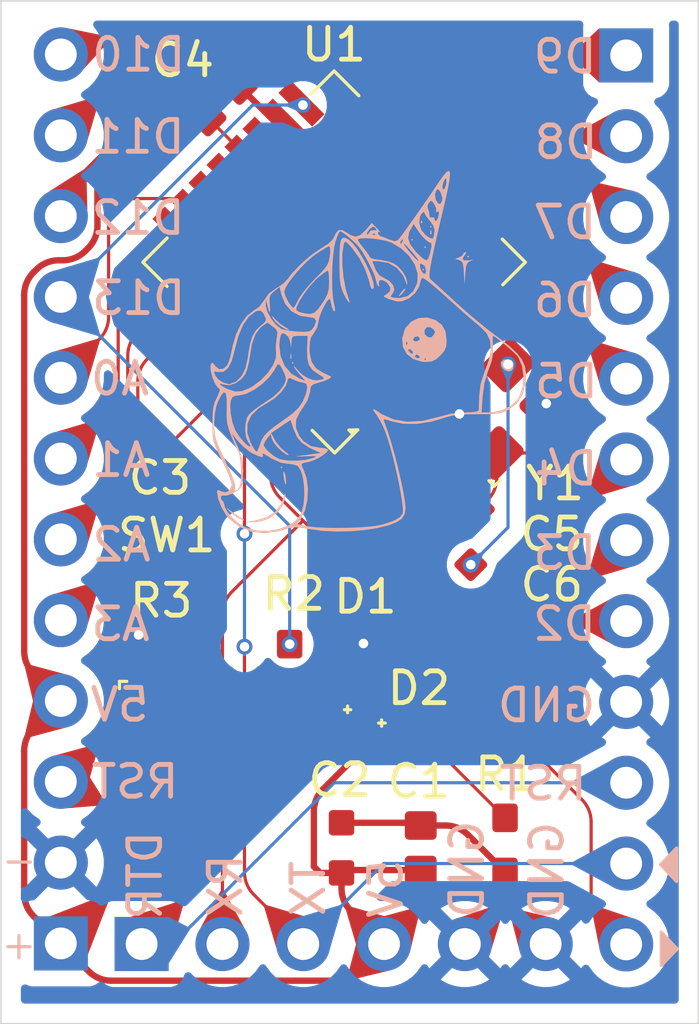
<source format=kicad_pcb>
(kicad_pcb (version 20241229) (generator "pcbnew") (generator_version "9.0")
  (layers (0 "F.Cu" signal) (2 "B.Cu" signal) (13 "F.Paste" user) (15 "B.Paste" user) (5 "F.SilkS" user "F.Silkscreen") (7 "B.SilkS" user "B.Silkscreen") (1 "F.Mask" user) (3 "B.Mask" user) (25 "Edge.Cuts" user))
  (net 0 "")
  (net 1 "GND")
  (net 2 "RAW")
  (net 3 "Net-(C3-Pad2)")
  (net 4 "Net-(U1-AREF)")
  (net 5 "Net-(U1-XTAL1{slash}PB6)")
  (net 6 "Net-(C5-Pad2)")
  (net 7 "Net-(U1-XTAL2{slash}PB7)")
  (net 8 "Net-(D1-Pad2)")
  (net 9 "Net-(D2-Pad1)")
  (net 10 "D8")
  (net 11 "D9")
  (net 12 "D4")
  (net 13 "DTR")
  (net 14 "D6")
  (net 15 "D7")
  (net 16 "D5")
  (net 17 "D2")
  (net 18 "TXO")
  (net 19 "D3")
  (net 20 "RXI")
  (net 21 "MOSI")
  (net 22 "A1")
  (net 23 "A0")
  (net 24 "A3")
  (net 25 "MISO")
  (net 26 "SCK")
  (net 27 "A2")
  (net 28 "D10")
  (net 29 "A5")
  (net 30 "A7")
  (net 31 "A4")
  (net 32 "A6")
  (footprint "42_footprint:Switch" (layer "F.Cu") (at 94.45 83.16 -90)
    (property "Reference" "SW1" (at -6.726268 -0.143324 0) (layer "F.SilkS") (effects (font (thickness 0.153))))
    (property "Value" "~" (hide yes))
    (pad "1" smd roundrect (at -1.7 0 270) (size 0.8 1.7) (layers "F.Cu" "F.Mask" "F.Paste") (roundrect_rratio 0.15) (net 3 "Net-(C3-Pad2)"))
    (pad "2" smd roundrect (at 1.7 0 270) (size 0.8 1.7) (layers "F.Cu" "F.Mask" "F.Paste") (roundrect_rratio 0.15) (net 13 "DTR"))
  )
  (footprint "42_footprint:Connector_6_2.54pitch" (layer "F.Cu") (at 93.806676 89.276268 90)
    (property "Reference" "J3" (hide yes))
    (property "Value" "FTDI" (hide yes))
    (pad "1" thru_hole rect (at 0 0 90) (size 1.7 1.7) (drill 1) (layers "*.Cu" "*.Mask") (net 13 "DTR"))
    (pad "2" thru_hole circle (at 0 2.54 90) (size 1.7 1.7) (drill 1) (layers "*.Cu" "*.Mask") (net 18 "TXO"))
    (pad "3" thru_hole circle (at 0 5.08 90) (size 1.7 1.7) (drill 1) (layers "*.Cu" "*.Mask") (net 20 "RXI"))
    (pad "4" thru_hole circle (at 0 7.62 90) (size 1.7 1.7) (drill 1) (layers "*.Cu" "*.Mask") (net 2 "RAW"))
    (pad "5" thru_hole circle (at 0 10.16 90) (size 1.7 1.7) (drill 1) (layers "*.Cu" "*.Mask") (net 1 "GND"))
    (pad "6" thru_hole circle (at 0 12.7 90) (size 1.7 1.7) (drill 1) (layers "*.Cu" "*.Mask") (net 1 "GND"))
  )
  (footprint "42_footprint:Resistance_330" (layer "F.Cu") (at 98.46 80.7 -90)
    (property "Reference" "R2" (at -2.43 -0.13 0) (layer "F.SilkS") (effects (font (thickness 0.153))))
    (property "Value" "330" (hide yes))
    (pad "1" smd roundrect (at -0.85 0 270) (size 0.9 0.8) (layers "F.Cu" "F.Mask" "F.Paste") (roundrect_rratio 0.15) (net 26 "SCK"))
    (pad "2" smd roundrect (at 0.85 0 270) (size 0.9 0.8) (layers "F.Cu" "F.Mask" "F.Paste") (roundrect_rratio 0.15) (net 8 "Net-(D1-Pad2)"))
  )
  (footprint "42_footprint:Led_Red" (layer "F.Cu") (at 102.48 82.84 180)
    (property "Reference" "D2" (at -0.043324 1.606268 0) (layer "F.SilkS") (effects (font (thickness 0.153))))
    (property "Value" "Red" (hide yes))
    (pad "1" smd roundrect (at -0.7 0 180) (size 0.7 0.8) (layers "F.Cu" "F.Mask" "F.Paste") (roundrect_rratio 0.15) (net 9 "Net-(D2-Pad1)") (padstack (mode custom) (layer "B.Cu" (shape roundrect) (size 0.8 0.8) (roundrect_rratio 0.15))))
    (pad "2" smd roundrect (at 0.7 0 180) (size 0.7 0.8) (layers "F.Cu" "F.Mask" "F.Paste") (roundrect_rratio 0.15) (net 2 "RAW"))
  )
  (footprint "42_footprint:Connector_12_2.54pitch" (layer "F.Cu") (at 91.266676 89.256268 180)
    (property "Reference" "J2" (hide yes))
    (property "Value" "~" (hide yes))
    (pad "1" thru_hole rect (at 0 0 180) (size 1.7 1.7) (drill 1) (layers "*.Cu" "*.Mask") (net 2 "RAW"))
    (pad "2" thru_hole circle (at 0 2.54 180) (size 1.7 1.7) (drill 1) (layers "*.Cu" "*.Mask") (net 1 "GND"))
    (pad "3" thru_hole circle (at 0 5.08 180) (size 1.7 1.7) (drill 1) (layers "*.Cu" "*.Mask") (net 13 "DTR"))
    (pad "4" thru_hole circle (at 0 7.62 180) (size 1.7 1.7) (drill 1) (layers "*.Cu" "*.Mask") (net 2 "RAW"))
    (pad "5" thru_hole circle (at 0 10.16 180) (size 1.7 1.7) (drill 1) (layers "*.Cu" "*.Mask") (net 24 "A3"))
    (pad "6" thru_hole circle (at 0 12.7 180) (size 1.7 1.7) (drill 1) (layers "*.Cu" "*.Mask") (net 27 "A2"))
    (pad "7" thru_hole circle (at 0 15.24 180) (size 1.7 1.7) (drill 1) (layers "*.Cu" "*.Mask") (net 22 "A1"))
    (pad "8" thru_hole circle (at 0 17.78 270) (size 1.7 1.7) (drill 1) (layers "*.Cu" "*.Mask") (net 23 "A0"))
    (pad "9" thru_hole circle (at 0 20.32 180) (size 1.7 1.7) (drill 1) (layers "*.Cu" "*.Mask") (net 26 "SCK"))
    (pad "10" thru_hole circle (at 0 22.86 270) (size 1.7 1.7) (drill 1) (layers "*.Cu" "*.Mask") (net 25 "MISO"))
    (pad "11" thru_hole circle (at 0 25.4 180) (size 1.7 1.7) (drill 1) (layers "*.Cu" "*.Mask") (net 21 "MOSI"))
    (pad "12" thru_hole circle (at 0 27.94 180) (size 1.7 1.7) (drill 1) (layers "*.Cu" "*.Mask") (net 28 "D10"))
  )
  (footprint "42_footprint:Capacitor_1uf" (layer "F.Cu") (at 100.09 86.24 90)
    (property "Reference" "C2" (at 2.12 -0.06 0) (layer "F.SilkS") (effects (font (thickness 0.153))))
    (property "Value" "1uF" (hide yes))
    (pad "1" smd roundrect (at -0.8 0 90) (size 0.8 0.8) (layers "F.Cu" "F.Mask" "F.Paste") (roundrect_rratio 0.15) (net 2 "RAW"))
    (pad "2" smd roundrect (at 0.775 0 90) (size 0.8 0.8) (layers "F.Cu" "F.Mask" "F.Paste") (roundrect_rratio 0.15) (net 1 "GND"))
  )
  (footprint "42_footprint:Connector_12_2.54pitch" (layer "F.Cu") (at 109.036676 61.346268)
    (property "Reference" "J1" (hide yes))
    (property "Value" "~" (hide yes))
    (pad "1" thru_hole rect (at 0 0) (size 1.7 1.7) (drill 1) (layers "*.Cu" "*.Mask") (net 11 "D9"))
    (pad "2" thru_hole circle (at 0 2.54) (size 1.7 1.7) (drill 1) (layers "*.Cu" "*.Mask") (net 10 "D8"))
    (pad "3" thru_hole circle (at 0 5.08) (size 1.7 1.7) (drill 1) (layers "*.Cu" "*.Mask") (net 15 "D7"))
    (pad "4" thru_hole circle (at 0 7.62) (size 1.7 1.7) (drill 1) (layers "*.Cu" "*.Mask") (net 14 "D6"))
    (pad "5" thru_hole circle (at 0 10.16) (size 1.7 1.7) (drill 1) (layers "*.Cu" "*.Mask") (net 16 "D5"))
    (pad "6" thru_hole circle (at 0 12.7) (size 1.7 1.7) (drill 1) (layers "*.Cu" "*.Mask") (net 12 "D4"))
    (pad "7" thru_hole circle (at 0 15.24) (size 1.7 1.7) (drill 1) (layers "*.Cu" "*.Mask") (net 19 "D3"))
    (pad "8" thru_hole circle (at 0 17.78 90) (size 1.7 1.7) (drill 1) (layers "*.Cu" "*.Mask") (net 17 "D2"))
    (pad "9" thru_hole circle (at 0 20.32) (size 1.7 1.7) (drill 1) (layers "*.Cu" "*.Mask") (net 1 "GND"))
    (pad "10" thru_hole circle (at 0 22.86 90) (size 1.7 1.7) (drill 1) (layers "*.Cu" "*.Mask") (net 13 "DTR"))
    (pad "11" thru_hole circle (at 0 25.4) (size 1.7 1.7) (drill 1) (layers "*.Cu" "*.Mask") (net 20 "RXI"))
    (pad "12" thru_hole circle (at 0 27.94) (size 1.7 1.7) (drill 1) (layers "*.Cu" "*.Mask") (net 18 "TXO"))
  )
  (footprint "42_footprint:Capacitor_100nf" (layer "F.Cu") (at 102.58 86.25 90)
    (property "Reference" "C1" (at 2.08 -0.06 0) (layer "F.SilkS") (effects (font (thickness 0.153))))
    (property "Value" "100nF" (hide yes))
    (pad "1" smd roundrect (at -0.7 0 90) (size 0.9 1) (layers "F.Cu" "F.Mask" "F.Paste") (roundrect_rratio 0.15) (net 2 "RAW"))
    (pad "2" smd roundrect (at 0.7 0 90) (size 0.9 1) (layers "F.Cu" "F.Mask" "F.Paste") (roundrect_rratio 0.15) (net 1 "GND"))
  )
  (footprint "42_footprint:Resistance_10k" (layer "F.Cu") (at 94.39 86.82 180)
    (property "Reference" "R3" (at -0.033324 8.336268 0) (layer "F.SilkS") (effects (font (thickness 0.153))))
    (property "Value" "10K" (hide yes))
    (pad "1" smd roundrect (at -0.85 0 180) (size 0.9 0.8) (layers "F.Cu" "F.Mask" "F.Paste") (roundrect_rratio 0.15) (net 13 "DTR"))
    (pad "2" smd roundrect (at 0.85 0 180) (size 0.9 0.8) (layers "F.Cu" "F.Mask" "F.Paste") (roundrect_rratio 0.15) (net 2 "RAW"))
  )
  (footprint "42_footprint:Resistance_10k" (layer "F.Cu") (at 105.23 86.16 -90)
    (property "Reference" "R1" (at -2.22 -0.04 0) (layer "F.SilkS") (effects (font (thickness 0.153))))
    (property "Value" "10K" (hide yes))
    (pad "1" smd roundrect (at -0.85 0 270) (size 0.9 0.8) (layers "F.Cu" "F.Mask" "F.Paste") (roundrect_rratio 0.15) (net 9 "Net-(D2-Pad1)"))
    (pad "2" smd roundrect (at 0.85 0 270) (size 0.9 0.8) (layers "F.Cu" "F.Mask" "F.Paste") (roundrect_rratio 0.15) (net 1 "GND"))
  )
  (footprint "42_footprint:Led_Green" (layer "F.Cu") (at 100.78 80.63 -90)
    (property "Reference" "D1" (at -2.27 -0.06 0) (layer "F.SilkS") (effects (font (thickness 0.153))))
    (property "Value" "Green" (hide yes))
    (pad "1" smd roundrect (at -0.8 0 270) (size 0.8 0.8) (layers "F.Cu" "F.Mask" "F.Paste") (roundrect_rratio 0.15) (net 1 "GND"))
    (pad "2" smd roundrect (at 0.8 0 270) (size 0.8 0.8) (layers "F.Cu" "F.Mask" "F.Paste") (roundrect_rratio 0.15) (net 8 "Net-(D1-Pad2)"))
  )
  (footprint "42_footprint:Capacitor_12pf" (layer "F.Cu") (at 103.586676 76.786268 135)
    (property "Reference" "C6" (at -3.045549 1.357357 0) (layer "F.SilkS") (effects (font (thickness 0.153))))
    (property "Value" "12pF" (hide yes))
    (pad "1" smd roundrect (at -0.799999 0 135) (size 0.8 0.8) (layers "F.Cu" "F.Mask" "F.Paste") (roundrect_rratio 0.15) (net 7 "Net-(U1-XTAL2{slash}PB7)"))
    (pad "2" smd roundrect (at 0.775 0 135) (size 0.8 0.8) (layers "F.Cu" "F.Mask" "F.Paste") (roundrect_rratio 0.15) (net 6 "Net-(C5-Pad2)"))
  )
  (footprint "42_footprint:Capacitor_100nf" (layer "F.Cu") (at 94.41 79.56)
    (property "Reference" "C3" (at -0.026676 -4.936268 0) (layer "F.SilkS") (effects (font (thickness 0.153))))
    (property "Value" "100nF" (hide yes))
    (pad "1" smd roundrect (at -0.7 0) (size 0.9 1) (layers "F.Cu" "F.Mask" "F.Paste") (roundrect_rratio 0.15) (net 1 "GND"))
    (pad "2" smd roundrect (at 0.7 0) (size 0.9 1) (layers "F.Cu" "F.Mask" "F.Paste") (roundrect_rratio 0.15) (net 3 "Net-(C3-Pad2)"))
  )
  (footprint "42_footprint:Capacitor_12pf" (layer "F.Cu") (at 103.826676 75.046268 135)
    (property "Reference" "C5" (at -2.98898 1.074514 0) (layer "F.SilkS") (effects (font (thickness 0.153))))
    (property "Value" "12pF" (hide yes))
    (pad "1" smd roundrect (at -0.799999 0 135) (size 0.8 0.8) (layers "F.Cu" "F.Mask" "F.Paste") (roundrect_rratio 0.15) (net 5 "Net-(U1-XTAL1{slash}PB6)"))
    (pad "2" smd roundrect (at 0.775 0 135) (size 0.8 0.8) (layers "F.Cu" "F.Mask" "F.Paste") (roundrect_rratio 0.15) (net 6 "Net-(C5-Pad2)"))
  )
  (footprint "42_footprint:Crystal Oscillator" (layer "F.Cu") (at 105.146676 72.466268 45)
    (property "Reference" "Y1" (at -0.481121 2.819274 0) (layer "F.SilkS") (effects (font (thickness 0.153))))
    (property "Value" "16MHz" (hide yes))
    (pad "1" smd roundrect (at -1.1 0.85 45) (size 1.4 1.2) (layers "F.Cu" "F.Mask" "F.Paste") (roundrect_rratio 0.15) (net 5 "Net-(U1-XTAL1{slash}PB6)"))
    (pad "2" smd roundrect (at 1.1 0.85 45) (size 1.4 1.2) (layers "F.Cu" "F.Mask" "F.Paste") (roundrect_rratio 0.15) (net 1 "GND"))
    (pad "3" smd roundrect (at 1.1 -0.85 45) (size 1.4 1.2) (layers "F.Cu" "F.Mask" "F.Paste") (roundrect_rratio 0.15) (net 7 "Net-(U1-XTAL2{slash}PB7)"))
    (pad "4" smd roundrect (at -1.1 -0.85 45) (size 1.4 1.2) (layers "F.Cu" "F.Mask" "F.Paste") (roundrect_rratio 0.15) (net 1 "GND"))
  )
  (footprint "42_footprint:Capacitor_100nf" (layer "F.Cu") (at 96.351651 62.781293 -135)
    (property "Reference" "C4" (at -0.02096 1.791062 0) (layer "F.SilkS") (effects (font (thickness 0.153))))
    (property "Value" "100nF" (hide yes))
    (pad "1" smd roundrect (at -0.7 0 225) (size 0.9 1) (layers "F.Cu" "F.Mask" "F.Paste") (roundrect_rratio 0.15) (net 2 "RAW"))
    (pad "2" smd roundrect (at 0.7 0 225) (size 0.9 1) (layers "F.Cu" "F.Mask" "F.Paste") (roundrect_rratio 0.15) (net 4 "Net-(U1-AREF)"))
  )
  (footprint "42_footprint:Atmega328p-au" (layer "F.Cu") (at 99.856676 67.846268 135)
    (property "Reference" "U1" (at 4.838692 4.829251 0) (layer "F.SilkS") (effects (font (thickness 0.153))))
    (property "Value" "Atmega328P-A" (hide yes))
    (pad "1" smd rect (at -4.25 -2.8 225) (size 0.55 1.5) (layers "F.Cu" "F.Mask" "F.Paste") (net 19 "D3"))
    (pad "2" smd rect (at -4.25 -2 225) (size 0.55 1.5) (layers "F.Cu" "F.Mask" "F.Paste") (net 12 "D4"))
    (pad "3" smd rect (at -4.25 -1.2 225) (size 0.55 1.5) (layers "F.Cu" "F.Mask" "F.Paste") (net 1 "GND"))
    (pad "4" smd rect (at -4.25 -0.4 225) (size 0.55 1.5) (layers "F.Cu" "F.Mask" "F.Paste") (net 2 "RAW"))
    (pad "5" smd rect (at -4.25 0.4 225) (size 0.55 1.5) (layers "F.Cu" "F.Mask" "F.Paste"))
    (pad "6" smd rect (at -4.25 1.2 225) (size 0.55 1.5) (layers "F.Cu" "F.Mask" "F.Paste"))
    (pad "7" smd rect (at -4.25 2 225) (size 0.55 1.5) (layers "F.Cu" "F.Mask" "F.Paste") (net 5 "Net-(U1-XTAL1{slash}PB6)"))
    (pad "8" smd rect (at -4.25 2.8 225) (size 0.55 1.5) (layers "F.Cu" "F.Mask" "F.Paste") (net 7 "Net-(U1-XTAL2{slash}PB7)"))
    (pad "9" smd rect (at -2.8 4.25 135) (size 0.55 1.5) (layers "F.Cu" "F.Mask" "F.Paste") (net 16 "D5"))
    (pad "10" smd rect (at -2 4.25 135) (size 0.55 1.5) (layers "F.Cu" "F.Mask" "F.Paste") (net 14 "D6"))
    (pad "11" smd rect (at -1.2 4.25 135) (size 0.55 1.5) (layers "F.Cu" "F.Mask" "F.Paste") (net 15 "D7"))
    (pad "12" smd rect (at -0.4 4.25 135) (size 0.55 1.5) (layers "F.Cu" "F.Mask" "F.Paste") (net 10 "D8"))
    (pad "13" smd rect (at 0.4 4.25 135) (size 0.55 1.5) (layers "F.Cu" "F.Mask" "F.Paste") (net 11 "D9"))
    (pad "14" smd rect (at 1.2 4.25 135) (size 0.55 1.5) (layers "F.Cu" "F.Mask" "F.Paste") (net 28 "D10"))
    (pad "15" smd rect (at 2 4.25 135) (size 0.55 1.5) (layers "F.Cu" "F.Mask" "F.Paste") (net 21 "MOSI"))
    (pad "16" smd rect (at 2.8 4.25 135) (size 0.55 1.5) (layers "F.Cu" "F.Mask" "F.Paste") (net 25 "MISO"))
    (pad "17" smd rect (at 4.25 2.8 225) (size 0.55 1.5) (layers "F.Cu" "F.Mask" "F.Paste") (net 26 "SCK"))
    (pad "18" smd rect (at 4.25 2 225) (size 0.55 1.5) (layers "F.Cu" "F.Mask" "F.Paste") (net 2 "RAW"))
    (pad "19" smd rect (at 4.25 1.2 225) (size 0.55 1.5) (layers "F.Cu" "F.Mask" "F.Paste") (net 32 "A6"))
    (pad "20" smd rect (at 4.25 0.4 225) (size 0.55 1.5) (layers "F.Cu" "F.Mask" "F.Paste") (net 4 "Net-(U1-AREF)"))
    (pad "21" smd rect (at 4.25 -0.4 225) (size 0.55 1.5) (layers "F.Cu" "F.Mask" "F.Paste"))
    (pad "22" smd rect (at 4.25 -1.2 225) (size 0.55 1.5) (layers "F.Cu" "F.Mask" "F.Paste") (net 30 "A7"))
    (pad "23" smd rect (at 4.25 -2 225) (size 0.55 1.5) (layers "F.Cu" "F.Mask" "F.Paste") (net 23 "A0"))
    (pad "24" smd rect (at 4.25 -2.8 225) (size 0.55 1.5) (layers "F.Cu" "F.Mask" "F.Paste") (net 22 "A1"))
    (pad "25" smd rect (at 2.8 -4.25 135) (size 0.55 1.5) (layers "F.Cu" "F.Mask" "F.Paste") (net 27 "A2"))
    (pad "26" smd rect (at 2 -4.25 135) (size 0.55 1.5) (layers "F.Cu" "F.Mask" "F.Paste") (net 24 "A3"))
    (pad "27" smd rect (at 1.2 -4.25 135) (size 0.55 1.5) (layers "F.Cu" "F.Mask" "F.Paste") (net 31 "A4"))
    (pad "28" smd rect (at 0.4 -4.25 135) (size 0.55 1.5) (layers "F.Cu" "F.Mask" "F.Paste") (net 29 "A5"))
    (pad "29" smd rect (at -0.4 -4.25 135) (size 0.55 1.5) (layers "F.Cu" "F.Mask" "F.Paste") (net 13 "DTR"))
    (pad "30" smd rect (at -1.2 -4.25 135) (size 0.55 1.5) (layers "F.Cu" "F.Mask" "F.Paste") (net 20 "RXI"))
    (pad "31" smd rect (at -2 -4.25 135) (size 0.55 1.5) (layers "F.Cu" "F.Mask" "F.Paste") (net 18 "TXO"))
    (pad "32" smd rect (at -2.8 -4.25 135) (size 0.55 1.5) (layers "F.Cu" "F.Mask" "F.Paste") (net 17 "D2"))
  )
  (footprint "42_footprint:unicorn" (layer "B.Cu") (at 100.93 70.66 180)
    (property "Reference" "G***" (hide yes))
    (property "Value" "LOGO" (hide yes))
  )
  (gr_poly (pts (xy 110.14 89.95) (xy 110.14 88.9) (xy 110.64 89.43)) (stroke (width 0.1)) (fill yes) (layer "B.SilkS"))
  (gr_line (start 89.95 89.71) (end 89.95 89.01) (stroke (width 0.1)) (layer "B.SilkS"))
  (gr_line (start 89.6 89.36) (end 90.3 89.36) (stroke (width 0.1)) (layer "B.SilkS"))
  (gr_line (start 89.61 86.7) (end 90.31 86.7) (stroke (width 0.1)) (layer "B.SilkS"))
  (gr_poly (pts (xy 110.62 86.26) (xy 110.62 87.31) (xy 110.12 86.78)) (stroke (width 0.1)) (fill yes) (layer "B.SilkS"))
  (gr_rect (start 89.38 59.63) (end 111.31 91.78) (stroke (width 0.05)) (fill no) (layer "Edge.Cuts"))
  (gr_text "D7\n" (at 106.03 67.18 0) (layer "B.SilkS") (effects (font (size 1 1) (thickness 0.153) (bold yes)) (justify right bottom mirror)))
  (gr_text "GND" (at 107.13 88.59 90) (layer "B.SilkS") (effects (font (size 1 1) (thickness 0.153) (bold yes)) (justify right bottom mirror)))
  (gr_text "D2\n" (at 106.02 79.8 0) (layer "B.SilkS") (effects (font (size 1 1) (thickness 0.153) (bold yes)) (justify right bottom mirror)))
  (gr_text "D12\n" (at 92.14 67.04 0) (layer "B.SilkS") (effects (font (size 1 1) (thickness 0.153) (bold yes)) (justify right bottom mirror)))
  (gr_text "A0\n" (at 92.12 72.09 0) (layer "B.SilkS") (effects (font (size 1 1) (thickness 0.153) (bold yes)) (justify right bottom mirror)))
  (gr_text "5V\n" (at 92.11 82.34 0) (layer "B.SilkS") (effects (font (size 1 1) (thickness 0.153) (bold yes)) (justify right bottom mirror)))
  (gr_text "GND" (at 104.62 88.55 90) (layer "B.SilkS") (effects (font (size 1 1) (thickness 0.153) (bold yes)) (justify right bottom mirror)))
  (gr_text "D6\n" (at 106.04 69.63 0) (layer "B.SilkS") (effects (font (size 1 1) (thickness 0.153) (bold yes)) (justify right bottom mirror)))
  (gr_text "5V" (at 102.07 88.54 90) (layer "B.SilkS") (effects (font (size 1 1) (thickness 0.153) (bold yes)) (justify right bottom mirror)))
  (gr_text "D9" (at 106.04 61.97 0) (layer "B.SilkS") (effects (font (size 1 1) (thickness 0.153) (bold yes)) (justify right bottom mirror)))
  (gr_text "DTR\n" (at 94.5 88.6 90) (layer "B.SilkS") (effects (font (size 1 1) (thickness 0.153) (bold yes)) (justify right bottom mirror)))
  (gr_text "A3\n" (at 92.14 79.81 0) (layer "B.SilkS") (effects (font (size 1 1) (thickness 0.153) (bold yes)) (justify right bottom mirror)))
  (gr_text "D13\n" (at 92.16 69.56 0) (layer "B.SilkS") (effects (font (size 1 1) (thickness 0.153) (bold yes)) (justify right bottom mirror)))
  (gr_text "RST" (at 92.14 84.76 0) (layer "B.SilkS") (effects (font (size 1 1) (thickness 0.153) (bold yes)) (justify right bottom mirror)))
  (gr_text "A2\n" (at 92.17 77.31 0) (layer "B.SilkS") (effects (font (size 1 1) (thickness 0.153) (bold yes)) (justify right bottom mirror)))
  (gr_text "D11\n" (at 92.14 64.49 0) (layer "B.SilkS") (effects (font (size 1 1) (thickness 0.153) (bold yes)) (justify right bottom mirror)))
  (gr_text "RX\n" (at 97.03 88.52 90) (layer "B.SilkS") (effects (font (size 1 1) (thickness 0.153) (bold yes)) (justify right bottom mirror)))
  (gr_text "A1\n" (at 92.16 74.65 0) (layer "B.SilkS") (effects (font (size 1 1) (thickness 0.153) (bold yes)) (justify right bottom mirror)))
  (gr_text "D10\n" (at 92.16 61.91 0) (layer "B.SilkS") (effects (font (size 1 1) (thickness 0.153) (bold yes)) (justify right bottom mirror)))
  (gr_text "D8" (at 106.07 64.66 0) (layer "B.SilkS") (effects (font (size 1 1) (thickness 0.153) (bold yes)) (justify right bottom mirror)))
  (gr_text "TX\n" (at 99.63 88.49 90) (layer "B.SilkS") (effects (font (size 1 1) (thickness 0.153) (bold yes)) (justify right bottom mirror)))
  (gr_text "D5" (at 106.08 72.18 0) (layer "B.SilkS") (effects (font (size 1 1) (thickness 0.153) (bold yes)) (justify right bottom mirror)))
  (gr_text "GND" (at 104.91 82.36 0) (layer "B.SilkS") (effects (font (size 1 1) (thickness 0.153) (bold yes)) (justify right bottom mirror)))
  (gr_text "D4\n" (at 106.07 74.92 0) (layer "B.SilkS") (effects (font (size 1 1) (thickness 0.153) (bold yes)) (justify right bottom mirror)))
  (gr_text "D3" (at 106.03 77.57 0) (layer "B.SilkS") (effects (font (size 1 1) (thickness 0.153) (bold yes)) (justify right bottom mirror)))
  (gr_text "RST\n" (at 104.97 84.82 0) (layer "B.SilkS") (effects (font (size 1 1) (thickness 0.153) (bold yes)) (justify right bottom mirror)))
  (segment (start 105.23 87.585378) (end 105.23 87.01) (width 0.2) (layer "F.Cu") (net 1))
  (segment (start 106.506676 89.276268) (end 105.522893 88.292485) (width 0.2) (layer "F.Cu") (net 1))
  (segment (start 105.23 87.59873) (end 105.23 87.01) (width 0.2) (layer "F.Cu") (net 1))
  (segment (start 102.495 85.465) (end 102.58 85.55) (width 0.2) (layer "F.Cu") (net 1))
  (segment (start 104.062893 85.842893) (end 105.23 87.01) (width 0.2) (layer "F.Cu") (net 1))
  (segment (start 100.09 85.465) (end 102.495 85.465) (width 0.2) (layer "F.Cu") (net 1))
  (segment (start 102.013352 71.7) (end 102.956397 72.643045) (width 0.2) (layer "F.Cu") (net 1))
  (segment (start 103.966676 89.276268) (end 104.937107 88.305837) (width 0.2) (layer "F.Cu") (net 1))
  (segment (start 102.58 85.55) (end 103.355786 85.55) (width 0.2) (layer "F.Cu") (net 1))
  (segment (start 102.956397 72.643045) (end 103.767818 72.643045) (width 0.2) (layer "F.Cu") (net 1))
  (segment (start 103.795636 72.615228) (end 103.767818 72.643045) (width 0.2) (layer "F.Cu") (net 1))
  (segment (start 104.121372 72.289491) (end 103.795636 72.615228) (width 0.2) (layer "F.Cu") (net 1))
  (via (at 100.78 79.83) (size 0.5) (drill 0.3) (layers "F.Cu" "B.Cu") (net 1))
  (via (at 93.71 79.56) (size 0.5) (drill 0.3) (layers "F.Cu" "B.Cu") (net 1))
  (via (at 103.795636 72.615228) (size 0.5) (drill 0.3) (layers "F.Cu" "B.Cu") (net 1))
  (via (at 106.525534 72.289491) (size 0.5) (drill 0.3) (layers "F.Cu" "B.Cu") (net 1))
  (arc (start 103.355786 85.55) (mid 103.738469 85.62612) (end 104.062893 85.842893) (width 0.2) (layer "F.Cu") (net 1))
  (arc (start 104.937107 88.305837) (mid 105.15388 87.981414) (end 105.23 87.59873) (width 0.2) (layer "F.Cu") (net 1))
  (arc (start 105.23 87.585378) (mid 105.30612 87.968061) (end 105.522893 88.292485) (width 0.2) (layer "F.Cu") (net 1))
  (segment (start 98.998576 64.159741) (end 98.265686 63.426851) (width 0.2) (layer "F.Cu") (net 2))
  (segment (start 90.408569 88.398161) (end 91.266676 89.256268) (width 0.2) (layer "F.Cu") (net 2))
  (segment (start 90.408569 80.778161) (end 91.266676 81.636268) (width 0.2) (layer "F.Cu") (net 2))
  (segment (start 92.417676 65.48587) (end 92.417676 66.696814) (width 0.2) (layer "F.Cu") (net 2))
  (segment (start 100.382893 88.232485) (end 101.426676 89.276268) (width 0.2) (layer "F.Cu") (net 2))
  (segment (start 102.579037 71.134315) (end 99.584362 68.13964) (width 0.2) (layer "F.Cu") (net 2))
  (segment (start 97.987159 63.426851) (end 96.846626 62.286318) (width 0.2) (layer "F.Cu") (net 2))
  (segment (start 94.910121 62.579211) (end 92.710569 64.778763) (width 0.2) (layer "F.Cu") (net 2))
  (segment (start 99.22 85.111883) (end 99.22 86.84) (width 0.2) (layer "F.Cu") (net 2))
  (segment (start 91.329222 67.785268) (end 91.20413 67.785268) (width 0.2) (layer "F.Cu") (net 2))
  (segment (start 100.09 87.04) (end 100.09 87.525378) (width 0.2) (layer "F.Cu") (net 2))
  (segment (start 91.266676 81.636268) (end 90.408569 82.494375) (width 0.2) (layer "F.Cu") (net 2))
  (segment (start 98.265686 63.426851) (end 97.987159 63.426851) (width 0.2) (layer "F.Cu") (net 2))
  (segment (start 90.115676 83.201482) (end 90.115676 87.691054) (width 0.2) (layer "F.Cu") (net 2))
  (segment (start 93.516676 87.136268) (end 93.386676 87.136268) (width 0.2) (layer "F.Cu") (net 2))
  (segment (start 99.291469 67.432533) (end 99.291469 64.866848) (width 0.2) (layer "F.Cu") (net 2))
  (segment (start 102.58 86.95) (end 100.18 86.95) (width 0.2) (layer "F.Cu") (net 2))
  (segment (start 99.861462 90.427268) (end 92.85189 90.427268) (width 0.2) (layer "F.Cu") (net 2))
  (segment (start 99.22 86.84) (end 99.42 87.04) (width 0.2) (layer "F.Cu") (net 2))
  (segment (start 92.144783 90.134375) (end 91.266676 89.256268) (width 0.2) (layer "F.Cu") (net 2))
  (segment (start 90.497023 68.078161) (end 90.408569 68.166615) (width 0.2) (layer "F.Cu") (net 2))
  (segment (start 100.18 86.95) (end 100.09 87.04) (width 0.2) (layer "F.Cu") (net 2))
  (segment (start 93.386676 87.136268) (end 91.266676 89.256268) (width 0.2) (layer "F.Cu") (net 2))
  (segment (start 102.58 86.95) (end 102.58 87.70873) (width 0.2) (layer "F.Cu") (net 2))
  (segment (start 90.115676 68.873722) (end 90.115676 80.071054) (width 0.2) (layer "F.Cu") (net 2))
  (segment (start 102.287107 88.415837) (end 101.426676 89.276268) (width 0.2) (layer "F.Cu") (net 2))
  (segment (start 96.846626 62.286318) (end 95.617228 62.286318) (width 0.2) (layer "F.Cu") (net 2))
  (segment (start 101.426676 89.276268) (end 100.568569 90.134375) (width 0.2) (layer "F.Cu") (net 2))
  (segment (start 92.124783 67.403921) (end 92.036329 67.492375) (width 0.2) (layer "F.Cu") (net 2))
  (segment (start 101.78 82.84) (end 101.491883 82.84) (width 0.2) (layer "F.Cu") (net 2))
  (segment (start 100.784776 83.132893) (end 99.512893 84.404777) (width 0.2) (layer "F.Cu") (net 2))
  (segment (start 99.42 87.04) (end 100.09 87.04) (width 0.2) (layer "F.Cu") (net 2))
  (arc (start 90.408569 80.778161) (mid 90.191796 80.453738) (end 90.115676 80.071054) (width 0.2) (layer "F.Cu") (net 2))
  (arc (start 90.408569 88.398161) (mid 90.191796 88.073738) (end 90.115676 87.691054) (width 0.2) (layer "F.Cu") (net 2))
  (arc (start 91.329222 67.785268) (mid 91.711905 67.709148) (end 92.036329 67.492375) (width 0.2) (layer "F.Cu") (net 2))
  (arc (start 101.491883 82.84) (mid 101.1092 82.91612) (end 100.784776 83.132893) (width 0.2) (layer "F.Cu") (net 2))
  (arc (start 100.568569 90.134375) (mid 100.244146 90.351148) (end 99.861462 90.427268) (width 0.2) (layer "F.Cu") (net 2))
  (arc (start 102.58 87.70873) (mid 102.50388 88.091413) (end 102.287107 88.415837) (width 0.2) (layer "F.Cu") (net 2))
  (arc (start 99.22 85.111883) (mid 99.29612 84.7292) (end 99.512893 84.404777) (width 0.2) (layer "F.Cu") (net 2))
  (arc (start 90.497023 68.078161) (mid 90.821446 67.861388) (end 91.20413 67.785268) (width 0.2) (layer "F.Cu") (net 2))
  (arc (start 99.291469 64.866848) (mid 99.215349 64.484165) (end 98.998576 64.159741) (width 0.2) (layer "F.Cu") (net 2))
  (arc (start 95.617228 62.286318) (mid 95.234545 62.362438) (end 94.910121 62.579211) (width 0.2) (layer "F.Cu") (net 2))
  (arc (start 90.408569 68.166615) (mid 90.191796 68.491038) (end 90.115676 68.873722) (width 0.2) (layer "F.Cu") (net 2))
  (arc (start 100.09 87.525378) (mid 100.16612 87.908061) (end 100.382893 88.232485) (width 0.2) (layer "F.Cu") (net 2))
  (arc (start 92.710569 64.778763) (mid 92.493796 65.103186) (end 92.417676 65.48587) (width 0.2) (layer "F.Cu") (net 2))
  (arc (start 92.417676 66.696814) (mid 92.341556 67.079497) (end 92.124783 67.403921) (width 0.2) (layer "F.Cu") (net 2))
  (arc (start 90.115676 83.201482) (mid 90.191796 82.818799) (end 90.408569 82.494375) (width 0.2) (layer "F.Cu") (net 2))
  (arc (start 92.144783 90.134375) (mid 92.469206 90.351148) (end 92.85189 90.427268) (width 0.2) (layer "F.Cu") (net 2))
  (arc (start 99.584362 68.13964) (mid 99.367589 67.815217) (end 99.291469 67.432533) (width 0.2) (layer "F.Cu") (net 2))
  (segment (start 94.45 81.46) (end 94.817107 81.092893) (width 0.1) (layer "F.Cu") (net 3))
  (segment (start 95.11 80.385786) (end 95.11 79.56) (width 0.1) (layer "F.Cu") (net 3))
  (arc (start 94.817107 81.092893) (mid 95.03388 80.76847) (end 95.11 80.385786) (width 0.1) (layer "F.Cu") (net 3))
  (segment (start 95.856676 63.276268) (end 97.134315 64.553907) (width 0.1) (layer "F.Cu") (net 4))
  (segment (start 97.134315 64.553907) (end 97.134315 64.558221) (width 0.1) (layer "F.Cu") (net 4))
  (segment (start 104.401935 67.895789) (end 103.786676 68.511048) (width 0.1) (layer "F.Cu") (net 5))
  (segment (start 107.62474 72.393781) (end 107.62474 72.043779) (width 0.1) (layer "F.Cu") (net 5))
  (segment (start 104.609871 67.895789) (end 104.401935 67.895789) (width 0.1) (layer "F.Cu") (net 5))
  (segment (start 104.677006 75.327308) (end 104.392361 75.611953) (width 0.2) (layer "F.Cu") (net 5))
  (segment (start 107.351952 71.770991) (end 107.351952 71.052084) (width 0.1) (layer "F.Cu") (net 5))
  (segment (start 104.969899 73.845126) (end 105.759181 73.845126) (width 0.1) (layer "F.Cu") (net 5))
  (segment (start 106.466288 73.552233) (end 107.62474 72.393781) (width 0.1) (layer "F.Cu") (net 5))
  (segment (start 103.786676 68.511048) (end 103.786676 68.533627) (width 0.1) (layer "F.Cu") (net 5))
  (segment (start 107.62474 72.043779) (end 107.351952 71.770991) (width 0.1) (layer "F.Cu") (net 5))
  (segment (start 107.059059 70.344977) (end 104.609871 67.895789) (width 0.1) (layer "F.Cu") (net 5))
  (segment (start 104.079569 69.240734) (end 104.276093 69.437258) (width 0.1) (layer "F.Cu") (net 5))
  (arc (start 104.969899 74.620201) (mid 104.893779 75.002884) (end 104.677006 75.327308) (width 0.1) (layer "F.Cu") (net 5))
  (arc (start 104.079569 69.240734) (mid 103.862796 68.916311) (end 103.786676 68.533627) (width 0.1) (layer "F.Cu") (net 5))
  (arc (start 107.059059 70.344977) (mid 107.275832 70.6694) (end 107.351952 71.052084) (width 0.1) (layer "F.Cu") (net 5))
  (arc (start 105.759181 73.845126) (mid 106.141864 73.769006) (end 106.466288 73.552233) (width 0.1) (layer "F.Cu") (net 5))
  (segment (start 103.038668 74.73826) (end 103.278668 74.49826) (width 0.1) (layer "F.Cu") (net 6))
  (segment (start 103.038668 76.23826) (end 103.038668 74.73826) (width 0.1) (layer "F.Cu") (net 6))
  (segment (start 105.323453 71.056268) (end 105.323453 71.08741) (width 0.1) (layer "F.Cu") (net 7))
  (segment (start 105.323453 69.353247) (end 105.323453 71.056268) (width 0.1) (layer "F.Cu") (net 7))
  (segment (start 104.841779 68.871573) (end 105.323453 69.353247) (width 0.2) (layer "F.Cu") (net 7))
  (via (at 104.152361 77.351953) (size 0.5) (drill 0.3) (layers "F.Cu" "B.Cu") (net 7))
  (via (at 105.323453 71.056268) (size 0.5) (drill 0.3) (layers "F.Cu" "B.Cu") (net 7))
  (segment (start 105.323453 71.056268) (end 105.323453 76.180861) (width 0.1) (layer "B.Cu") (net 7))
  (segment (start 105.323453 76.180861) (end 104.152361 77.351953) (width 0.1) (layer "B.Cu") (net 7))
  (segment (start 98.46 81.55) (end 100.6 81.55) (width 0.1) (layer "F.Cu") (net 8))
  (segment (start 100.6 81.55) (end 100.79 81.36) (width 0.1) (layer "F.Cu") (net 8))
  (segment (start 105.23 85.31) (end 103.18 83.26) (width 0.1) (layer "F.Cu") (net 9))
  (segment (start 103.18 83.26) (end 103.18 82.84) (width 0.1) (layer "F.Cu") (net 9))
  (segment (start 109.036676 63.886268) (end 104.796576 63.886268) (width 0.1) (layer "F.Cu") (net 10))
  (segment (start 104.089469 64.179161) (end 103.144723 65.123907) (width 0.1) (layer "F.Cu") (net 10))
  (arc (start 104.796576 63.886268) (mid 104.413893 63.962388) (end 104.089469 64.179161) (width 0.1) (layer "F.Cu") (net 10))
  (segment (start 105.498097 61.639161) (end 102.579037 64.558221) (width 0.1) (layer "F.Cu") (net 11))
  (segment (start 109.036676 61.346268) (end 106.205204 61.346268) (width 0.1) (layer "F.Cu") (net 11))
  (arc (start 106.205204 61.346268) (mid 105.822521 61.422388) (end 105.498097 61.639161) (width 0.1) (layer "F.Cu") (net 11))
  (segment (start 104.945837 78.137107) (end 109.036676 74.046268) (width 0.1) (layer "F.Cu") (net 12))
  (segment (start 101.857765 73.089998) (end 101.857765 76.173551) (width 0.1) (layer "F.Cu") (net 12))
  (segment (start 102.150658 76.880658) (end 103.407107 78.137107) (width 0.1) (layer "F.Cu") (net 12))
  (segment (start 104.114214 78.43) (end 104.23873 78.43) (width 0.1) (layer "F.Cu") (net 12))
  (segment (start 101.447666 72.265685) (end 101.564872 72.382891) (width 0.1) (layer "F.Cu") (net 12))
  (arc (start 104.114214 78.43) (mid 103.731531 78.35388) (end 103.407107 78.137107) (width 0.1) (layer "F.Cu") (net 12))
  (arc (start 102.150658 76.880658) (mid 101.933885 76.556235) (end 101.857765 76.173551) (width 0.1) (layer "F.Cu") (net 12))
  (arc (start 101.564872 72.382891) (mid 101.781645 72.707315) (end 101.857765 73.089998) (width 0.1) (layer "F.Cu") (net 12))
  (arc (start 104.23873 78.43) (mid 104.621413 78.35388) (end 104.945837 78.137107) (width 0.1) (layer "F.Cu") (net 12))
  (segment (start 93.806676 89.276268) (end 94.923783 88.159161) (width 0.1) (layer "F.Cu") (net 13))
  (segment (start 94.056676 74.626168) (end 94.056676 77.192054) (width 0.1) (layer "F.Cu") (net 13))
  (segment (start 92.413783 83.029161) (end 91.266676 84.176268) (width 0.1) (layer "F.Cu") (net 13))
  (segment (start 93.763783 77.899161) (end 92.999569 78.663375) (width 0.1) (layer "F.Cu") (net 13))
  (segment (start 91.950408 84.86) (end 91.266676 84.176268) (width 0.1) (layer "F.Cu") (net 13))
  (segment (start 95.216676 87.452054) (end 95.216676 87.136268) (width 0.1) (layer "F.Cu") (net 13))
  (segment (start 92.706676 79.370482) (end 92.706676 82.322054) (width 0.1) (layer "F.Cu") (net 13))
  (segment (start 95.24 86.82) (end 95.24 86.064214) (width 0.1) (layer "F.Cu") (net 13))
  (segment (start 97.134315 71.134315) (end 94.349569 73.919061) (width 0.1) (layer "F.Cu") (net 13))
  (segment (start 94.45 84.86) (end 91.950408 84.86) (width 0.1) (layer "F.Cu") (net 13))
  (segment (start 94.947107 85.357107) (end 94.45 84.86) (width 0.1) (layer "F.Cu") (net 13))
  (arc (start 94.056676 77.192054) (mid 93.980556 77.574738) (end 93.763783 77.899161) (width 0.1) (layer "F.Cu") (net 13))
  (arc (start 92.706676 82.322054) (mid 92.630556 82.704737) (end 92.413783 83.029161) (width 0.1) (layer "F.Cu") (net 13))
  (arc (start 94.056676 74.626168) (mid 94.132796 74.243485) (end 94.349569 73.919061) (width 0.1) (layer "F.Cu") (net 13))
  (arc (start 94.923783 88.159161) (mid 95.140556 87.834738) (end 95.216676 87.452054) (width 0.1) (layer "F.Cu") (net 13))
  (arc (start 94.947107 85.357107) (mid 95.16388 85.68153) (end 95.24 86.064214) (width 0.1) (layer "F.Cu") (net 13))
  (arc (start 92.999569 78.663375) (mid 92.782796 78.987798) (end 92.706676 79.370482) (width 0.1) (layer "F.Cu") (net 13))
  (segment (start 99.859626 84.206268) (end 94.789626 89.276268) (width 0.1) (layer "B.Cu") (net 13))
  (segment (start 94.789626 89.276268) (end 93.806676 89.276268) (width 0.1) (layer "B.Cu") (net 13))
  (segment (start 109.036676 84.206268) (end 99.859626 84.206268) (width 0.1) (layer "B.Cu") (net 13))
  (segment (start 105.451373 65.795179) (end 105.150406 65.795179) (width 0.1) (layer "F.Cu") (net 14))
  (segment (start 104.443299 66.088072) (end 104.276093 66.255278) (width 0.1) (layer "F.Cu") (net 14))
  (segment (start 109.036676 68.966268) (end 106.15848 66.088072) (width 0.1) (layer "F.Cu") (net 14))
  (arc (start 105.451373 65.795179) (mid 105.834056 65.871299) (end 106.15848 66.088072) (width 0.1) (layer "F.Cu") (net 14))
  (arc (start 105.150406 65.795179) (mid 104.767723 65.871299) (end 104.443299 66.088072) (width 0.1) (layer "F.Cu") (net 14))
  (segment (start 109.036676 66.426268) (end 108.132795 65.522387) (width 0.1) (layer "F.Cu") (net 15))
  (segment (start 107.425688 65.229494) (end 104.58472 65.229494) (width 0.1) (layer "F.Cu") (net 15))
  (segment (start 103.877613 65.522387) (end 103.710408 65.689592) (width 0.1) (layer "F.Cu") (net 15))
  (arc (start 104.58472 65.229494) (mid 104.202037 65.305614) (end 103.877613 65.522387) (width 0.1) (layer "F.Cu") (net 15))
  (arc (start 107.425688 65.229494) (mid 107.808371 65.305614) (end 108.132795 65.522387) (width 0.1) (layer "F.Cu") (net 15))
  (segment (start 104.841779 67.311371) (end 104.841779 66.820963) (width 0.2) (layer "F.Cu") (net 16))
  (segment (start 109.036676 71.506268) (end 104.841779 67.311371) (width 0.1) (layer "F.Cu") (net 16))
  (segment (start 98.831371 74.756749) (end 98.831371 72.831371) (width 0.1) (layer "F.Cu") (net 17))
  (segment (start 102.493783 78.833375) (end 99.124264 75.463856) (width 0.1) (layer "F.Cu") (net 17))
  (segment (start 109.036676 79.126268) (end 103.20089 79.126268) (width 0.1) (layer "F.Cu") (net 17))
  (arc (start 102.493783 78.833375) (mid 102.818206 79.050148) (end 103.20089 79.126268) (width 0.1) (layer "F.Cu") (net 17))
  (arc (start 98.831371 74.756749) (mid 98.907491 75.139432) (end 99.124264 75.463856) (width 0.1) (layer "F.Cu") (net 17))
  (segment (start 96.346676 89.276268) (end 96.32 89.249592) (width 0.1) (layer "F.Cu") (net 18))
  (segment (start 107.935676 85.43989) (end 107.935676 87.771054) (width 0.1) (layer "F.Cu") (net 18))
  (segment (start 98.265686 72.265685) (end 98.14848 72.382891) (width 0.1) (layer "F.Cu") (net 18))
  (segment (start 96.346676 89.276268) (end 96.346676 78.917538) (width 0.1) (layer "F.Cu") (net 18))
  (segment (start 96.639569 78.210431) (end 98.875 75.975) (width 0.1) (layer "F.Cu") (net 18))
  (segment (start 108.228569 88.478161) (end 109.036676 89.286268) (width 0.1) (layer "F.Cu") (net 18))
  (segment (start 98.14848 75.23848) (end 107.642783 84.732783) (width 0.1) (layer "F.Cu") (net 18))
  (segment (start 97.855587 73.089998) (end 97.855587 74.531373) (width 0.1) (layer "F.Cu") (net 18))
  (arc (start 96.639569 78.210431) (mid 96.422796 78.534854) (end 96.346676 78.917538) (width 0.1) (layer "F.Cu") (net 18))
  (arc (start 97.855587 74.531373) (mid 97.931707 74.914056) (end 98.14848 75.23848) (width 0.1) (layer "F.Cu") (net 18))
  (arc (start 107.935676 85.43989) (mid 107.859556 85.057207) (end 107.642783 84.732783) (width 0.1) (layer "F.Cu") (net 18))
  (arc (start 107.935676 87.771054) (mid 108.011796 88.153737) (end 108.228569 88.478161) (width 0.1) (layer "F.Cu") (net 18))
  (arc (start 97.855587 73.089998) (mid 97.931707 72.707315) (end 98.14848 72.382891) (width 0.1) (layer "F.Cu") (net 18))
  (segment (start 107.175837 78.447107) (end 109.036676 76.586268) (width 0.1) (layer "F.Cu") (net 19))
  (segment (start 106.46873 78.74) (end 103.324622 78.74) (width 0.1) (layer "F.Cu") (net 19))
  (segment (start 100.881981 76.297359) (end 100.881981 72.831371) (width 0.1) (layer "F.Cu") (net 19))
  (segment (start 102.617515 78.447107) (end 101.174874 77.004466) (width 0.1) (layer "F.Cu") (net 19))
  (arc (start 107.175837 78.447107) (mid 106.851414 78.66388) (end 106.46873 78.74) (width 0.1) (layer "F.Cu") (net 19))
  (arc (start 103.324622 78.74) (mid 102.941938 78.66388) (end 102.617515 78.447107) (width 0.1) (layer "F.Cu") (net 19))
  (arc (start 101.174874 77.004466) (mid 100.958101 76.680043) (end 100.881981 76.297359) (width 0.1) (layer "F.Cu") (net 19))
  (segment (start 97.04 79.93) (end 97.04 87.015378) (width 0.1) (layer "F.Cu") (net 20))
  (segment (start 97.332893 87.722485) (end 98.886676 89.276268) (width 0.1) (layer "F.Cu") (net 20))
  (segment (start 97.04 72.36) (end 97.04 76.38) (width 0.1) (layer "F.Cu") (net 20))
  (segment (start 97.7 71.7) (end 97.04 72.36) (width 0.1) (layer "F.Cu") (net 20))
  (via (at 97.04 76.38) (size 0.5) (drill 0.3) (layers "F.Cu" "B.Cu") (net 20))
  (via (at 97.04 79.93) (size 0.5) (drill 0.3) (layers "F.Cu" "B.Cu") (net 20))
  (arc (start 97.04 87.015378) (mid 97.11612 87.398061) (end 97.332893 87.722485) (width 0.1) (layer "F.Cu") (net 20))
  (segment (start 101.416676 86.746268) (end 109.036676 86.746268) (width 0.1) (layer "B.Cu") (net 20))
  (segment (start 97.04 76.38) (end 97.04 80.18) (width 0.1) (layer "B.Cu") (net 20))
  (segment (start 98.886676 89.276268) (end 101.416676 86.746268) (width 0.1) (layer "B.Cu") (net 20))
  (segment (start 93.714211 61.408733) (end 91.266676 63.856268) (width 0.1) (layer "F.Cu") (net 21))
  (segment (start 100.452034 61.11584) (end 94.421318 61.11584) (width 0.1) (layer "F.Cu") (net 21))
  (segment (start 101.857765 62.602538) (end 101.857765 62.521571) (width 0.1) (layer "F.Cu") (net 21))
  (segment (start 101.564872 61.814464) (end 101.159141 61.408733) (width 0.1) (layer "F.Cu") (net 21))
  (segment (start 101.447666 63.426851) (end 101.564872 63.309645) (width 0.1) (layer "F.Cu") (net 21))
  (arc (start 101.159141 61.408733) (mid 100.834718 61.19196) (end 100.452034 61.11584) (width 0.1) (layer "F.Cu") (net 21))
  (arc (start 101.564872 61.814464) (mid 101.781645 62.138887) (end 101.857765 62.521571) (width 0.1) (layer "F.Cu") (net 21))
  (arc (start 94.421318 61.11584) (mid 94.038635 61.19196) (end 93.714211 61.408733) (width 0.1) (layer "F.Cu") (net 21))
  (arc (start 101.857765 62.602538) (mid 101.781645 62.985221) (end 101.564872 63.309645) (width 0.1) (layer "F.Cu") (net 21))
  (segment (start 94.871573 66.820963) (end 93.362569 68.329967) (width 0.1) (layer "F.Cu") (net 22))
  (segment (start 92.776783 72.506161) (end 91.266676 74.016268) (width 0.1) (layer "F.Cu") (net 22))
  (segment (start 93.069676 69.037074) (end 93.069676 71.799054) (width 0.1) (layer "F.Cu") (net 22))
  (arc (start 92.776783 72.506161) (mid 92.993556 72.181738) (end 93.069676 71.799054) (width 0.1) (layer "F.Cu") (net 22))
  (arc (start 93.362569 68.329967) (mid 93.145796 68.65439) (end 93.069676 69.037074) (width 0.1) (layer "F.Cu") (net 22))
  (segment (start 92.914872 66.138072) (end 92.768676 66.284268) (width 0.1) (layer "F.Cu") (net 23))
  (segment (start 95.437259 66.255278) (end 95.320053 66.138072) (width 0.1) (layer "F.Cu") (net 23))
  (segment (start 94.612946 65.845179) (end 93.621979 65.845179) (width 0.1) (layer "F.Cu") (net 23))
  (segment (start 92.768676 66.284268) (end 92.768676 69.560054) (width 0.1) (layer "F.Cu") (net 23))
  (segment (start 92.475783 70.267161) (end 91.266676 71.476268) (width 0.1) (layer "F.Cu") (net 23))
  (arc (start 95.320053 66.138072) (mid 94.99563 65.921299) (end 94.612946 65.845179) (width 0.1) (layer "F.Cu") (net 23))
  (arc (start 92.914872 66.138072) (mid 93.239295 65.921299) (end 93.621979 65.845179) (width 0.1) (layer "F.Cu") (net 23))
  (arc (start 92.475783 70.267161) (mid 92.692556 69.942738) (end 92.768676 69.560054) (width 0.1) (layer "F.Cu") (net 23))
  (segment (start 93.686676 76.262054) (end 93.686676 71.602055) (width 0.1) (layer "F.Cu") (net 24))
  (segment (start 91.266676 79.096268) (end 93.393783 76.969161) (width 0.1) (layer "F.Cu") (net 24))
  (segment (start 93.979569 70.894948) (end 95.437259 69.437258) (width 0.1) (layer "F.Cu") (net 24))
  (arc (start 93.979569 70.894948) (mid 93.762796 71.219371) (end 93.686676 71.602055) (width 0.1) (layer "F.Cu") (net 24))
  (arc (start 93.393783 76.969161) (mid 93.610556 76.644738) (end 93.686676 76.262054) (width 0.1) (layer "F.Cu") (net 24))
  (segment (start 100.881981 62.861165) (end 99.730549 61.709733) (width 0.1) (layer "F.Cu") (net 25))
  (segment (start 99.023442 61.41684) (end 95.990318 61.41684) (width 0.1) (layer "F.Cu") (net 25))
  (segment (start 91.266676 66.140482) (end 91.266676 66.396268) (width 0.1) (layer "F.Cu") (net 25))
  (segment (start 95.283211 61.709733) (end 91.559569 65.433375) (width 0.1) (layer "F.Cu") (net 25))
  (arc (start 91.559569 65.433375) (mid 91.342796 65.757798) (end 91.266676 66.140482) (width 0.1) (layer "F.Cu") (net 25))
  (arc (start 95.283211 61.709733) (mid 95.607634 61.49296) (end 95.990318 61.41684) (width 0.1) (layer "F.Cu") (net 25))
  (arc (start 99.730549 61.709733) (mid 99.406125 61.49296) (end 99.023442 61.41684) (width 0.1) (layer "F.Cu") (net 25))
  (via (at 98.46 79.85) (size 0.5) (drill 0.3) (layers "F.Cu" "B.Cu") (net 26))
  (via (at 98.876676 62.906268) (size 0.5) (drill 0.3) (layers "F.Cu" "B.Cu") (net 26))
  (segment (start 91.266676 68.936268) (end 98.46 76.129592) (width 0.1) (layer "B.Cu") (net 26))
  (segment (start 97.296676 62.906268) (end 98.876676 62.906268) (width 0.1) (layer "B.Cu") (net 26))
  (segment (start 98.46 76.129592) (end 98.46 79.85) (width 0.1) (layer "B.Cu") (net 26))
  (segment (start 91.266676 68.936268) (end 97.296676 62.906268) (width 0.1) (layer "B.Cu") (net 26))
  (segment (start 93.370676 70.786684) (end 93.370676 74.038054) (width 0.1) (layer "F.Cu") (net 27))
  (segment (start 94.871573 68.871573) (end 93.663569 70.079577) (width 0.1) (layer "F.Cu") (net 27))
  (segment (start 93.077783 74.745161) (end 91.266676 76.556268) (width 0.1) (layer "F.Cu") (net 27))
  (arc (start 93.077783 74.745161) (mid 93.294556 74.420738) (end 93.370676 74.038054) (width 0.1) (layer "F.Cu") (net 27))
  (arc (start 93.663569 70.079577) (mid 93.446796 70.404) (end 93.370676 70.786684) (width 0.1) (layer "F.Cu") (net 27))
  (segment (start 102.013352 63.992536) (end 102.130557 63.875331) (width 0.1) (layer "F.Cu") (net 28))
  (segment (start 91.475211 61.107733) (end 91.266676 61.316268) (width 0.1) (layer "F.Cu") (net 28))
  (segment (start 102.130557 61.954471) (end 101.283819 61.107733) (width 0.1) (layer "F.Cu") (net 28))
  (segment (start 102.42345 63.168224) (end 102.42345 62.661578) (width 0.1) (layer "F.Cu") (net 28))
  (segment (start 100.576712 60.81484) (end 92.182318 60.81484) (width 0.1) (layer "F.Cu") (net 28))
  (arc (start 92.182318 60.81484) (mid 91.799635 60.89096) (end 91.475211 61.107733) (width 0.1) (layer "F.Cu") (net 28))
  (arc (start 101.283819 61.107733) (mid 100.959396 60.89096) (end 100.576712 60.81484) (width 0.1) (layer "F.Cu") (net 28))
  (arc (start 102.42345 63.168224) (mid 102.34733 63.550907) (end 102.130557 63.875331) (width 0.1) (layer "F.Cu") (net 28))
  (arc (start 102.130557 61.954471) (mid 102.34733 62.278894) (end 102.42345 62.661578) (width 0.1) (layer "F.Cu") (net 28))
  (zone (net 1) (net_name "GND") (layer "B.Cu") (connect_pads (clearance 0.5)) (min_thickness 0.25) (fill yes (thermal_gap 0.5) (thermal_bridge_width 0.5))
    (polygon (pts (xy 89.42 60.58) (xy 89.44 59.67) (xy 111.27 59.72) (xy 111.26 91.72) (xy 89.41 91.72) (xy 89.43 61.32)))
  )
)
</source>
